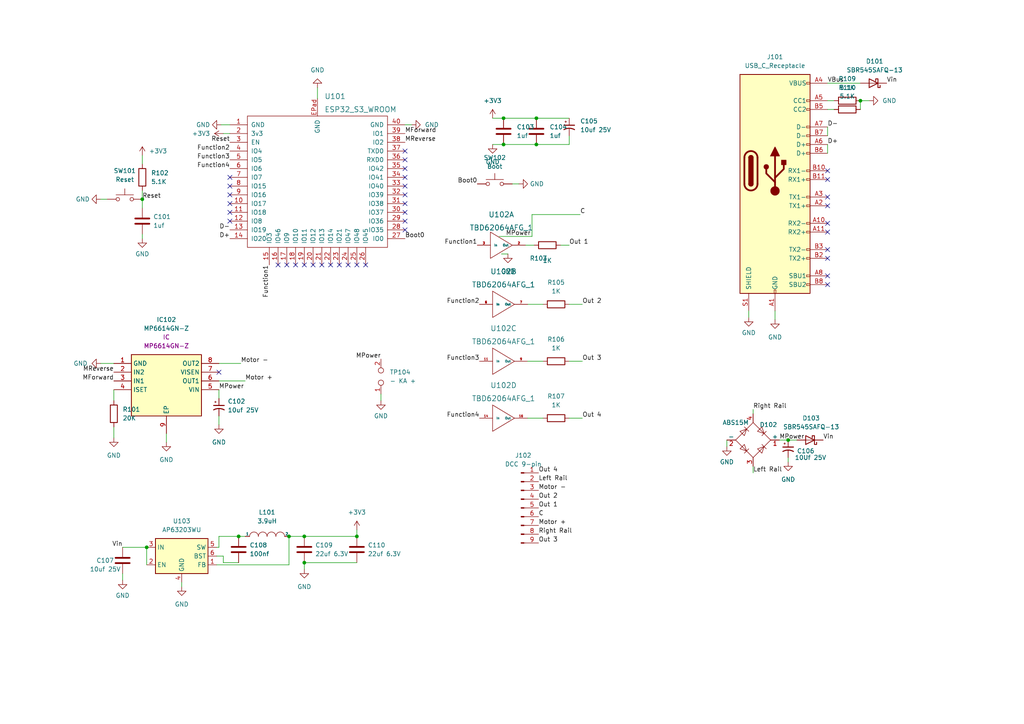
<source format=kicad_sch>
(kicad_sch (version 20211123) (generator eeschema)
  (paper "A4")
  (lib_symbols
    (symbol "Connector:Conn_01x09_Male" (pin_names (offset 1.016) hide)
      (property "Reference" "J" (at 0 12.7 0))
      (property "Value" "Conn_01x09_Male" (at 0 -12.7 0))
      (symbol "Conn_01x09_Male_1_1"
        (polyline (pts (xy 1.27 -10.16) (xy 0.8636 -10.16)) (stroke (width 0.1524)))
        (polyline (pts (xy 1.27 -7.62) (xy 0.8636 -7.62)) (stroke (width 0.1524)))
        (polyline (pts (xy 1.27 -5.08) (xy 0.8636 -5.08)) (stroke (width 0.1524)))
        (polyline (pts (xy 1.27 -2.54) (xy 0.8636 -2.54)) (stroke (width 0.1524)))
        (polyline (pts (xy 1.27 0) (xy 0.8636 0)) (stroke (width 0.1524)))
        (polyline (pts (xy 1.27 2.54) (xy 0.8636 2.54)) (stroke (width 0.1524)))
        (polyline (pts (xy 1.27 5.08) (xy 0.8636 5.08)) (stroke (width 0.1524)))
        (polyline (pts (xy 1.27 7.62) (xy 0.8636 7.62)) (stroke (width 0.1524)))
        (polyline (pts (xy 1.27 10.16) (xy 0.8636 10.16)) (stroke (width 0.1524)))
        (rectangle (start 0.8636 -10.033) (end 0 -10.287) (stroke (width 0.1524)) (fill (type outline)))
        (rectangle (start 0.8636 -7.493) (end 0 -7.747) (stroke (width 0.1524)) (fill (type outline)))
        (rectangle (start 0.8636 -4.953) (end 0 -5.207) (stroke (width 0.1524)) (fill (type outline)))
        (rectangle (start 0.8636 -2.413) (end 0 -2.667) (stroke (width 0.1524)) (fill (type outline)))
        (rectangle (start 0.8636 0.127) (end 0 -0.127) (stroke (width 0.1524)) (fill (type outline)))
        (rectangle (start 0.8636 2.667) (end 0 2.413) (stroke (width 0.1524)) (fill (type outline)))
        (rectangle (start 0.8636 5.207) (end 0 4.953) (stroke (width 0.1524)) (fill (type outline)))
        (rectangle (start 0.8636 7.747) (end 0 7.493) (stroke (width 0.1524)) (fill (type outline)))
        (rectangle (start 0.8636 10.287) (end 0 10.033) (stroke (width 0.1524)) (fill (type outline)))
        (pin passive line (at 5.08 10.16 180) (length 3.81) (name "Pin_1") (number "1"))
        (pin passive line (at 5.08 7.62 180) (length 3.81) (name "Pin_2") (number "2"))
        (pin passive line (at 5.08 5.08 180) (length 3.81) (name "Pin_3") (number "3"))
        (pin passive line (at 5.08 2.54 180) (length 3.81) (name "Pin_4") (number "4"))
        (pin passive line (at 5.08 0 180) (length 3.81) (name "Pin_5") (number "5"))
        (pin passive line (at 5.08 -2.54 180) (length 3.81) (name "Pin_6") (number "6"))
        (pin passive line (at 5.08 -5.08 180) (length 3.81) (name "Pin_7") (number "7"))
        (pin passive line (at 5.08 -7.62 180) (length 3.81) (name "Pin_8") (number "8"))
        (pin passive line (at 5.08 -10.16 180) (length 3.81) (name "Pin_9") (number "9"))
      )
    )
    (symbol "Connector:TestPoint_2Pole" (pin_names (offset 0.762) hide)
      (property "Reference" "TP" (at 0 1.524 0))
      (property "Value" "TestPoint_2Pole" (at 0 -1.778 0))
      (symbol "TestPoint_2Pole_0_1"
        (circle (center -1.778 0) (radius 0.762))
        (circle (center 1.778 0) (radius 0.762))
        (pin passive line (at -5.08 0 0) (length 2.54) (name "1") (number "1"))
        (pin passive line (at 5.08 0 180) (length 2.54) (name "2") (number "2"))
      )
    )
    (symbol "Connector:USB_C_Receptacle" (pin_names (offset 1.016))
      (property "Reference" "J" (at -10.16 29.21 0))
      (property "Value" "USB_C_Receptacle" (at 10.16 29.21 0))
      (symbol "USB_C_Receptacle_0_0"
        (rectangle (start -0.254 -35.56) (end 0.254 -34.544))
        (rectangle (start 10.16 -32.766) (end 9.144 -33.274))
        (rectangle (start 10.16 -30.226) (end 9.144 -30.734))
        (rectangle (start 10.16 -25.146) (end 9.144 -25.654))
        (rectangle (start 10.16 -22.606) (end 9.144 -23.114))
        (rectangle (start 10.16 -17.526) (end 9.144 -18.034))
        (rectangle (start 10.16 -14.986) (end 9.144 -15.494))
        (rectangle (start 10.16 -9.906) (end 9.144 -10.414))
        (rectangle (start 10.16 -7.366) (end 9.144 -7.874))
        (rectangle (start 10.16 -2.286) (end 9.144 -2.794))
        (rectangle (start 10.16 0.254) (end 9.144 -0.254))
        (rectangle (start 10.16 5.334) (end 9.144 4.826))
        (rectangle (start 10.16 7.874) (end 9.144 7.366))
        (rectangle (start 10.16 10.414) (end 9.144 9.906))
        (rectangle (start 10.16 12.954) (end 9.144 12.446))
        (rectangle (start 10.16 18.034) (end 9.144 17.526))
        (rectangle (start 10.16 20.574) (end 9.144 20.066))
        (rectangle (start 10.16 25.654) (end 9.144 25.146))
      )
      (symbol "USB_C_Receptacle_0_1"
        (rectangle (start -10.16 27.94) (end 10.16 -35.56) (stroke (width 0.254)) (fill (type background)))
        (arc (start -8.89 -3.81) (mid -6.985 -5.715) (end -5.08 -3.81) (stroke (width 0.508)))
        (arc (start -7.62 -3.81) (mid -6.985 -4.445) (end -6.35 -3.81) (stroke (width 0.254)))
        (arc (start -7.62 -3.81) (mid -6.985 -4.445) (end -6.35 -3.81) (stroke (width 0.254)) (fill (type outline)))
        (rectangle (start -7.62 -3.81) (end -6.35 3.81) (stroke (width 0.254)) (fill (type outline)))
        (arc (start -6.35 3.81) (mid -6.985 4.445) (end -7.62 3.81) (stroke (width 0.254)))
        (arc (start -6.35 3.81) (mid -6.985 4.445) (end -7.62 3.81) (stroke (width 0.254)) (fill (type outline)))
        (arc (start -5.08 3.81) (mid -6.985 5.715) (end -8.89 3.81) (stroke (width 0.508)))
        (polyline (pts (xy -8.89 -3.81) (xy -8.89 3.81)) (stroke (width 0.508)))
        (polyline (pts (xy -5.08 3.81) (xy -5.08 -3.81)) (stroke (width 0.508)))
      )
      (symbol "USB_C_Receptacle_1_1"
        (circle (center -2.54 1.143) (radius 0.635) (stroke (width 0.254)) (fill (type outline)))
        (circle (center 0 -5.842) (radius 1.27) (fill (type outline)))
        (polyline (pts (xy 0 -5.842) (xy 0 4.318)) (stroke (width 0.508)))
        (polyline (pts (xy 0 -3.302) (xy -2.54 -0.762) (xy -2.54 0.508)) (stroke (width 0.508)))
        (polyline (pts (xy 0 -2.032) (xy 2.54 0.508) (xy 2.54 1.778)) (stroke (width 0.508)))
        (polyline (pts (xy -1.27 4.318) (xy 0 6.858) (xy 1.27 4.318) (xy -1.27 4.318)) (stroke (width 0.254)) (fill (type outline)))
        (rectangle (start 1.905 1.778) (end 3.175 3.048) (stroke (width 0.254)) (fill (type outline)))
        (pin passive line (at 0 -40.64 90) (length 5.08) (name "GND") (number "A1"))
        (pin bidirectional line (at 15.24 -15.24 180) (length 5.08) (name "RX2-") (number "A10"))
        (pin bidirectional line (at 15.24 -17.78 180) (length 5.08) (name "RX2+") (number "A11"))
        (pin passive line (at 0 -40.64 90) (length 5.08) hide (name "GND") (number "A12"))
        (pin bidirectional line (at 15.24 -10.16 180) (length 5.08) (name "TX1+") (number "A2"))
        (pin bidirectional line (at 15.24 -7.62 180) (length 5.08) (name "TX1-") (number "A3"))
        (pin passive line (at 15.24 25.4 180) (length 5.08) (name "VBUS") (number "A4"))
        (pin bidirectional line (at 15.24 20.32 180) (length 5.08) (name "CC1") (number "A5"))
        (pin bidirectional line (at 15.24 7.62 180) (length 5.08) (name "D+") (number "A6"))
        (pin bidirectional line (at 15.24 12.7 180) (length 5.08) (name "D-") (number "A7"))
        (pin bidirectional line (at 15.24 -30.48 180) (length 5.08) (name "SBU1") (number "A8"))
        (pin passive line (at 15.24 25.4 180) (length 5.08) hide (name "VBUS") (number "A9"))
        (pin passive line (at 0 -40.64 90) (length 5.08) hide (name "GND") (number "B1"))
        (pin bidirectional line (at 15.24 0 180) (length 5.08) (name "RX1-") (number "B10"))
        (pin bidirectional line (at 15.24 -2.54 180) (length 5.08) (name "RX1+") (number "B11"))
        (pin passive line (at 0 -40.64 90) (length 5.08) hide (name "GND") (number "B12"))
        (pin bidirectional line (at 15.24 -25.4 180) (length 5.08) (name "TX2+") (number "B2"))
        (pin bidirectional line (at 15.24 -22.86 180) (length 5.08) (name "TX2-") (number "B3"))
        (pin passive line (at 15.24 25.4 180) (length 5.08) hide (name "VBUS") (number "B4"))
        (pin bidirectional line (at 15.24 17.78 180) (length 5.08) (name "CC2") (number "B5"))
        (pin bidirectional line (at 15.24 5.08 180) (length 5.08) (name "D+") (number "B6"))
        (pin bidirectional line (at 15.24 10.16 180) (length 5.08) (name "D-") (number "B7"))
        (pin bidirectional line (at 15.24 -33.02 180) (length 5.08) (name "SBU2") (number "B8"))
        (pin passive line (at 15.24 25.4 180) (length 5.08) hide (name "VBUS") (number "B9"))
        (pin passive line (at -7.62 -40.64 90) (length 5.08) (name "SHIELD") (number "S1"))
      )
    )
    (symbol "Device:C" (pin_numbers hide) (pin_names (offset 0.254))
      (property "Reference" "C" (at 0.635 2.54 0))
      (property "Value" "C" (at 0.635 -2.54 0))
      (symbol "C_0_1"
        (polyline (pts (xy -2.032 -0.762) (xy 2.032 -0.762)) (stroke (width 0.508)))
        (polyline (pts (xy -2.032 0.762) (xy 2.032 0.762)) (stroke (width 0.508)))
      )
      (symbol "C_1_1"
        (pin passive line (at 0 3.81 270) (length 2.794) (name "~") (number "1"))
        (pin passive line (at 0 -3.81 90) (length 2.794) (name "~") (number "2"))
      )
    )
    (symbol "Device:C_Polarized_Small_US" (pin_numbers hide) (pin_names (offset 0.254) hide)
      (property "Reference" "C" (at 0.254 1.778 0))
      (property "Value" "C_Polarized_Small_US" (at 0.254 -2.032 0))
      (symbol "C_Polarized_Small_US_0_1"
        (polyline (pts (xy -1.524 0.508) (xy 1.524 0.508)) (stroke (width 0.3048)))
        (polyline (pts (xy -1.27 1.524) (xy -0.762 1.524)))
        (polyline (pts (xy -1.016 1.27) (xy -1.016 1.778)))
        (arc (start 1.524 -0.762) (mid 0 -0.3734) (end -1.524 -0.762) (stroke (width 0.3048)))
      )
      (symbol "C_Polarized_Small_US_1_1"
        (pin passive line (at 0 2.54 270) (length 2.032) (name "~") (number "1"))
        (pin passive line (at 0 -2.54 90) (length 2.032) (name "~") (number "2"))
      )
    )
    (symbol "Device:D_Schottky" (pin_numbers hide) (pin_names (offset 1.016) hide)
      (property "Reference" "D" (at 0 2.54 0))
      (property "Value" "D_Schottky" (at 0 -2.54 0))
      (symbol "D_Schottky_0_1"
        (polyline (pts (xy 1.27 0) (xy -1.27 0)))
        (polyline (pts (xy 1.27 1.27) (xy 1.27 -1.27) (xy -1.27 0) (xy 1.27 1.27)) (stroke (width 0.254)))
        (polyline (pts (xy -1.905 0.635) (xy -1.905 1.27) (xy -1.27 1.27) (xy -1.27 -1.27) (xy -0.635 -1.27) (xy -0.635 -0.635)) (stroke (width 0.254)))
      )
      (symbol "D_Schottky_1_1"
        (pin passive line (at -3.81 0 0) (length 2.54) (name "K") (number "1"))
        (pin passive line (at 3.81 0 180) (length 2.54) (name "A") (number "2"))
      )
    )
    (symbol "Device:R" (pin_numbers hide) (pin_names (offset 0))
      (property "Reference" "R" (at 2.032 0 90))
      (property "Value" "R" (at 0 0 90))
      (symbol "R_0_1"
        (rectangle (start -1.016 -2.54) (end 1.016 2.54) (stroke (width 0.254)))
      )
      (symbol "R_1_1"
        (pin passive line (at 0 3.81 270) (length 1.27) (name "~") (number "1"))
        (pin passive line (at 0 -3.81 90) (length 1.27) (name "~") (number "2"))
      )
    )
    (symbol "Diode_Bridge:ABS10" (pin_names (offset 0))
      (property "Reference" "D" (at 2.54 6.985 0))
      (property "Value" "ABS10" (at 2.54 5.08 0))
      (symbol "ABS10_0_1"
        (polyline (pts (xy -2.54 3.81) (xy -1.27 2.54)))
        (polyline (pts (xy -1.27 -2.54) (xy -2.54 -3.81)))
        (polyline (pts (xy 2.54 -1.27) (xy 3.81 -2.54)))
        (polyline (pts (xy 2.54 1.27) (xy 3.81 2.54)))
        (polyline (pts (xy -3.81 2.54) (xy -2.54 1.27) (xy -1.905 3.175) (xy -3.81 2.54)))
        (polyline (pts (xy -2.54 -1.27) (xy -3.81 -2.54) (xy -1.905 -3.175) (xy -2.54 -1.27)))
        (polyline (pts (xy 1.27 2.54) (xy 2.54 3.81) (xy 3.175 1.905) (xy 1.27 2.54)))
        (polyline (pts (xy 3.175 -1.905) (xy 1.27 -2.54) (xy 2.54 -3.81) (xy 3.175 -1.905)))
        (polyline (pts (xy -5.08 0) (xy 0 -5.08) (xy 5.08 0) (xy 0 5.08) (xy -5.08 0)))
      )
      (symbol "ABS10_1_1"
        (pin passive line (at 7.62 0 180) (length 2.54) (name "+") (number "1"))
        (pin passive line (at -7.62 0 0) (length 2.54) (name "-") (number "2"))
        (pin passive line (at 0 -7.62 90) (length 2.54) (name "~") (number "3"))
        (pin passive line (at 0 7.62 270) (length 2.54) (name "~") (number "4"))
      )
    )
    (symbol "ESP32-WROOM:ESP32_S3_WROOM" (pin_names (offset 1.016))
      (property "Reference" "U" (at 0.635 -10.795 0))
      (property "Value" "ESP32_S3_WROOM" (at 1.905 10.16 0))
      (symbol "ESP32_S3_WROOM_0_1"
        (rectangle (start -20.32 19.05) (end 20.32 -19.05))
      )
      (symbol "ESP32_S3_WROOM_1_1"
        (pin power_in line (at -25.4 16.51 0) (length 5.08) (name "GND") (number "1"))
        (pin bidirectional line (at -25.4 -6.35 0) (length 5.08) (name "IO17") (number "10"))
        (pin bidirectional line (at -25.4 -8.89 0) (length 5.08) (name "IO18") (number "11"))
        (pin bidirectional line (at -25.4 -11.43 0) (length 5.08) (name "IO8") (number "12"))
        (pin bidirectional line (at -25.4 -13.97 0) (length 5.08) (name "IO19") (number "13"))
        (pin bidirectional line (at -25.4 -16.51 0) (length 5.08) (name "IO20") (number "14"))
        (pin bidirectional line (at -13.97 -24.13 90) (length 5.08) (name "IO3") (number "15"))
        (pin bidirectional line (at -11.43 -24.13 90) (length 5.08) (name "IO46") (number "16"))
        (pin bidirectional line (at -8.89 -24.13 90) (length 5.08) (name "IO9") (number "17"))
        (pin bidirectional line (at -6.35 -24.13 90) (length 5.08) (name "IO10") (number "18"))
        (pin bidirectional line (at -3.81 -24.13 90) (length 5.08) (name "IO11") (number "19"))
        (pin power_in line (at -25.4 13.97 0) (length 5.08) (name "3v3") (number "2"))
        (pin bidirectional line (at -1.27 -24.13 90) (length 5.08) (name "IO12") (number "20"))
        (pin bidirectional line (at 1.27 -24.13 90) (length 5.08) (name "IO13") (number "21"))
        (pin bidirectional line (at 3.81 -24.13 90) (length 5.08) (name "IO14") (number "22"))
        (pin bidirectional line (at 6.35 -24.13 90) (length 5.08) (name "IO21") (number "23"))
        (pin bidirectional line (at 8.89 -24.13 90) (length 5.08) (name "IO47") (number "24"))
        (pin bidirectional line (at 11.43 -24.13 90) (length 5.08) (name "IO48") (number "25"))
        (pin bidirectional line (at 13.97 -24.13 90) (length 5.08) (name "IO45") (number "26"))
        (pin bidirectional line (at 25.4 -16.51 180) (length 5.08) (name "IO0") (number "27"))
        (pin bidirectional line (at 25.4 -13.97 180) (length 5.08) (name "IO35") (number "28"))
        (pin bidirectional line (at 25.4 -11.43 180) (length 5.08) (name "IO36") (number "29"))
        (pin input line (at -25.4 11.43 0) (length 5.08) (name "EN") (number "3"))
        (pin bidirectional line (at 25.4 -8.89 180) (length 5.08) (name "IO37") (number "30"))
        (pin bidirectional line (at 25.4 -6.35 180) (length 5.08) (name "IO38") (number "31"))
        (pin bidirectional line (at 25.4 -3.81 180) (length 5.08) (name "IO39") (number "32"))
        (pin bidirectional line (at 25.4 -1.27 180) (length 5.08) (name "IO40") (number "33"))
        (pin bidirectional line (at 25.4 1.27 180) (length 5.08) (name "IO41") (number "34"))
        (pin bidirectional line (at 25.4 3.81 180) (length 5.08) (name "IO42") (number "35"))
        (pin bidirectional line (at 25.4 6.35 180) (length 5.08) (name "RXD0") (number "36"))
        (pin bidirectional line (at 25.4 8.89 180) (length 5.08) (name "TXD0") (number "37"))
        (pin bidirectional line (at 25.4 11.43 180) (length 5.08) (name "IO2") (number "38"))
        (pin bidirectional line (at 25.4 13.97 180) (length 5.08) (name "IO1") (number "39"))
        (pin bidirectional line (at -25.4 8.89 0) (length 5.08) (name "IO4") (number "4"))
        (pin power_in line (at 25.4 16.51 180) (length 5.08) (name "GND") (number "40"))
        (pin bidirectional line (at -25.4 6.35 0) (length 5.08) (name "IO5") (number "5"))
        (pin bidirectional line (at -25.4 3.81 0) (length 5.08) (name "IO6") (number "6"))
        (pin bidirectional line (at -25.4 1.27 0) (length 5.08) (name "IO7") (number "7"))
        (pin bidirectional line (at -25.4 -1.27 0) (length 5.08) (name "IO15") (number "8"))
        (pin bidirectional line (at -25.4 -3.81 0) (length 5.08) (name "IO16") (number "9"))
        (pin power_in line (at 0 24.13 270) (length 5.08) (name "GND") (number "EPad"))
      )
    )
    (symbol "MP6614:MP6614GN-Z"
      (property "Value" "MP6614GN-Z" (at 0 0 0))
      (property "Reference_1" "IC" (at 26.67 7.62 0))
      (property "Value_1" "MP6614GN-Z" (at 26.67 5.08 0))
      (symbol "MP6614GN-Z_1_1"
        (rectangle (start 5.08 2.54) (end 25.4 -15.24) (stroke (width 0.254)) (fill (type background)))
        (pin passive line (at 0 0 0) (length 5.08) (name "GND") (number "1"))
        (pin passive line (at 0 -2.54 0) (length 5.08) (name "IN2") (number "2"))
        (pin passive line (at 0 -5.08 0) (length 5.08) (name "IN1") (number "3"))
        (pin passive line (at 0 -7.62 0) (length 5.08) (name "ISET") (number "4"))
        (pin passive line (at 30.48 -7.62 180) (length 5.08) (name "VIN") (number "5"))
        (pin passive line (at 30.48 -5.08 180) (length 5.08) (name "OUT1") (number "6"))
        (pin passive line (at 30.48 -2.54 180) (length 5.08) (name "VISEN") (number "7"))
        (pin passive line (at 30.48 0 180) (length 5.08) (name "OUT2") (number "8"))
        (pin passive line (at 15.24 -20.32 90) (length 5.08) (name "EP") (number "9"))
      )
    )
    (symbol "Regulator_Switching:AP63203WU"
      (property "Reference" "U" (at -7.62 6.35 0))
      (property "Value" "AP63203WU" (at 2.54 6.35 0))
      (symbol "AP63203WU_0_1"
        (rectangle (start -7.62 5.08) (end 7.62 -5.08) (stroke (width 0.254)) (fill (type background)))
      )
      (symbol "AP63203WU_1_1"
        (pin input line (at 10.16 -2.54 180) (length 2.54) (name "FB") (number "1"))
        (pin input line (at -10.16 -2.54 0) (length 2.54) (name "EN") (number "2"))
        (pin power_in line (at -10.16 2.54 0) (length 2.54) (name "IN") (number "3"))
        (pin power_in line (at 0 -7.62 90) (length 2.54) (name "GND") (number "4"))
        (pin output line (at 10.16 2.54 180) (length 2.54) (name "SW") (number "5"))
        (pin passive line (at 10.16 0 180) (length 2.54) (name "BST") (number "6"))
      )
    )
    (symbol "Switch:SW_Push" (pin_numbers hide) (pin_names (offset 1.016) hide)
      (property "Reference" "SW" (at 1.27 2.54 0))
      (property "Value" "SW_Push" (at 0 -1.524 0))
      (symbol "SW_Push_0_1"
        (circle (center -2.032 0) (radius 0.508))
        (polyline (pts (xy 0 1.27) (xy 0 3.048)))
        (polyline (pts (xy 2.54 1.27) (xy -2.54 1.27)))
        (circle (center 2.032 0) (radius 0.508))
        (pin passive line (at -5.08 0 0) (length 2.54) (name "1") (number "1"))
        (pin passive line (at 5.08 0 180) (length 2.54) (name "2") (number "2"))
      )
    )
    (symbol "TBD62064AFG_1_1" (pin_names (offset 1.016))
      (property "Reference" "U?" (at 0.635 9.525 0))
      (property "Value" "TBD62064AFG_1_1" (at 0.635 5.715 0))
      (symbol "TBD62064AFG_1_1_0_1"
        (polyline (pts (xy -2.54 3.81) (xy 3.81 0) (xy -2.54 -3.81) (xy -2.54 3.81)))
        (pin power_in line (at 0 2.54 0) (length 0) hide (name "OC") (number "1"))
        (pin power_in line (at 0 2.54 0) (length 0) hide (name "OC") (number "8"))
        (pin power_in line (at 0.635 -2.54 180) (length 0) hide (name "GND") (number "FIN"))
        (pin power_in line (at 0.635 -2.54 0) (length 0) hide (name "GND") (number "FIN"))
      )
      (symbol "TBD62064AFG_1_1_1_1"
        (pin output line (at 7.62 0 180) (length 3.81) (name "Out") (number "2"))
        (pin input line (at -6.35 0 0) (length 3.81) (name "In") (number "3"))
      )
      (symbol "TBD62064AFG_1_1_2_1"
        (pin input line (at -6.35 0 0) (length 3.81) (name "In") (number "6"))
        (pin output line (at 7.62 0 180) (length 3.81) (name "Out") (number "7"))
      )
      (symbol "TBD62064AFG_1_1_3_1"
        (pin input line (at -6.35 0 0) (length 3.81) (name "In") (number "11"))
        (pin output line (at 7.62 0 180) (length 3.81) (name "Out") (number "9"))
      )
      (symbol "TBD62064AFG_1_1_4_1"
        (pin input line (at -6.35 0 0) (length 3.81) (name "In") (number "14"))
        (pin output line (at 7.62 0 180) (length 3.81) (name "Out") (number "16"))
      )
    )
    (symbol "power:+3V3" (power) (pin_names (offset 0))
      (property "Value" "+3V3" (at 0 3.556 0))
      (symbol "+3V3_0_1"
        (polyline (pts (xy -0.762 1.27) (xy 0 2.54)))
        (polyline (pts (xy 0 0) (xy 0 2.54)))
        (polyline (pts (xy 0 2.54) (xy 0.762 1.27)))
      )
      (symbol "+3V3_1_1"
        (pin power_in line (at 0 0 90) (length 0) hide (name "+3V3") (number "1"))
      )
    )
    (symbol "power:GND" (power) (pin_names (offset 0))
      (property "Value" "GND" (at 0 -3.81 0))
      (symbol "GND_0_1"
        (polyline (pts (xy 0 0) (xy 0 -1.27) (xy 1.27 -1.27) (xy 0 -2.54) (xy -1.27 -1.27) (xy 0 -1.27)))
      )
      (symbol "GND_1_1"
        (pin power_in line (at 0 0 270) (length 0) hide (name "GND") (number "1"))
      )
    )
    (symbol "pspice:INDUCTOR" (pin_numbers hide) (pin_names (offset 0))
      (property "Reference" "L" (at 0 2.54 0))
      (property "Value" "INDUCTOR" (at 0 -1.27 0))
      (symbol "INDUCTOR_0_1"
        (arc (start -2.54 0) (mid -3.81 1.27) (end -5.08 0))
        (arc (start 0 0) (mid -1.27 1.27) (end -2.54 0))
        (arc (start 2.54 0) (mid 1.27 1.27) (end 0 0))
        (arc (start 5.08 0) (mid 3.81 1.27) (end 2.54 0))
      )
      (symbol "INDUCTOR_1_1"
        (pin input line (at -6.35 0 0) (length 1.27) (name "1") (number "1"))
        (pin input line (at 6.35 0 180) (length 1.27) (name "2") (number "2"))
      )
    )
    (symbol "tbd62064:TBD62064AFG_1" (pin_names (offset 1.016))
      (property "Reference" "U103" (at -5.715 2.54 0))
      (property "Value" "TBD62064AFG" (at 13.335 -1.905 0))
      (symbol "TBD62064AFG_1_0_1"
        (polyline (pts (xy -2.54 3.81) (xy 3.81 0) (xy -2.54 -3.81) (xy -2.54 3.81)))
        (pin power_in line (at 0 2.54 0) (length 0) hide (name "OC") (number "1"))
        (pin power_in line (at 0 2.54 0) (length 0) hide (name "OC") (number "8"))
        (pin power_in line (at 0.635 -2.54 180) (length 0) hide (name "GND") (number "FIN"))
        (pin power_in line (at 0.635 -2.54 0) (length 0) hide (name "GND") (number "FIN"))
      )
      (symbol "TBD62064AFG_1_1_1"
        (pin output line (at 7.62 0 180) (length 3.81) (name "Out") (number "2"))
        (pin input line (at -6.35 0 0) (length 3.81) (name "In") (number "3"))
      )
      (symbol "TBD62064AFG_1_2_1"
        (pin input line (at -6.35 0 0) (length 3.81) (name "In") (number "6"))
        (pin output line (at 7.62 0 180) (length 3.81) (name "Out") (number "7"))
      )
      (symbol "TBD62064AFG_1_3_1"
        (pin input line (at -6.35 0 0) (length 3.81) (name "In") (number "11"))
        (pin output line (at 7.62 0 180) (length 3.81) (name "Out") (number "9"))
      )
      (symbol "TBD62064AFG_1_4_1"
        (pin output line (at 7.62 0 180) (length 3.81) (name "Out") (number "13"))
        (pin input line (at -6.35 0 0) (length 3.81) (name "In") (number "14"))
      )
    )
  )
  (junction (at 42.545 158.75))
  (junction (at 41.275 57.785))
  (junction (at 69.215 155.575))
  (junction (at 88.265 163.195))
  (junction (at 103.505 155.575))
  (junction (at 146.05 41.91))
  (junction (at 83.82 155.575))
  (junction (at 249.555 29.21))
  (junction (at 146.05 34.29))
  (junction (at 155.575 41.91))
  (junction (at 155.575 34.29))
  (junction (at 228.6 127.635))
  (junction (at 88.265 155.575))
  (no_connect (at 88.265 76.835))
  (no_connect (at 240.03 52.07))
  (no_connect (at 117.475 51.435))
  (no_connect (at 240.03 59.69))
  (no_connect (at 66.675 59.055))
  (no_connect (at 117.475 46.355))
  (no_connect (at 63.5 107.95))
  (no_connect (at 117.475 48.895))
  (no_connect (at 90.805 76.835))
  (no_connect (at 240.03 82.55))
  (no_connect (at 100.965 76.835))
  (no_connect (at 103.505 76.835))
  (no_connect (at 95.885 76.835))
  (no_connect (at 98.425 76.835))
  (no_connect (at 83.185 76.835))
  (no_connect (at 117.475 59.055))
  (no_connect (at 240.03 57.15))
  (no_connect (at 85.725 76.835))
  (no_connect (at 66.675 56.515))
  (no_connect (at 117.475 43.815))
  (no_connect (at 106.045 76.835))
  (no_connect (at 66.675 51.435))
  (no_connect (at 240.03 67.31))
  (no_connect (at 117.475 56.515))
  (no_connect (at 117.475 66.675))
  (no_connect (at 240.03 80.01))
  (no_connect (at 240.03 64.77))
  (no_connect (at 117.475 61.595))
  (no_connect (at 240.03 49.53))
  (no_connect (at 80.645 76.835))
  (no_connect (at 117.475 53.975))
  (no_connect (at 93.345 76.835))
  (no_connect (at 66.675 64.135))
  (no_connect (at 240.03 74.93))
  (no_connect (at 117.475 64.135))
  (no_connect (at 66.675 61.595))
  (no_connect (at 66.675 53.975))
  (no_connect (at 240.03 72.39))
  (wire (pts (xy 63.5 155.575) (xy 69.215 155.575)))
  (wire (pts (xy 144.78 68.58) (xy 154.305 68.58)))
  (wire (pts (xy 92.075 25.4) (xy 92.075 28.575)))
  (wire (pts (xy 29.21 57.785) (xy 31.115 57.785)))
  (wire (pts (xy 165.1 104.775) (xy 168.91 104.775)))
  (wire (pts (xy 33.02 113.03) (xy 33.02 116.205)))
  (wire (pts (xy 210.82 127.635) (xy 210.82 129.54)))
  (wire (pts (xy 41.275 45.085) (xy 41.275 47.625)))
  (wire (pts (xy 142.875 41.91) (xy 146.05 41.91)))
  (wire (pts (xy 154.305 62.23) (xy 154.305 68.58)))
  (wire (pts (xy 69.215 155.575) (xy 71.12 155.575)))
  (wire (pts (xy 165.1 41.91) (xy 165.1 39.37)))
  (wire (pts (xy 226.06 127.635) (xy 228.6 127.635)))
  (wire (pts (xy 64.77 163.195) (xy 69.215 163.195)))
  (wire (pts (xy 152.4 71.12) (xy 154.94 71.12)))
  (wire (pts (xy 153.035 121.285) (xy 157.48 121.285)))
  (wire (pts (xy 41.275 67.945) (xy 41.275 69.215)))
  (wire (pts (xy 218.44 135.255) (xy 218.44 137.16)))
  (wire (pts (xy 240.03 29.21) (xy 241.935 29.21)))
  (wire (pts (xy 88.265 155.575) (xy 103.505 155.575)))
  (wire (pts (xy 240.03 31.75) (xy 241.935 31.75)))
  (wire (pts (xy 63.5 120.65) (xy 63.5 123.19)))
  (wire (pts (xy 64.77 161.29) (xy 64.77 163.195)))
  (wire (pts (xy 218.44 118.745) (xy 218.44 120.015)))
  (wire (pts (xy 240.03 41.91) (xy 240.03 44.45)))
  (wire (pts (xy 29.21 105.41) (xy 33.02 105.41)))
  (wire (pts (xy 148.59 53.34) (xy 150.495 53.34)))
  (wire (pts (xy 240.03 24.13) (xy 249.555 24.13)))
  (wire (pts (xy 52.705 168.91) (xy 52.705 170.18)))
  (wire (pts (xy 63.5 113.03) (xy 63.5 115.57)))
  (wire (pts (xy 224.79 90.17) (xy 224.79 92.71)))
  (wire (pts (xy 110.49 114.3) (xy 110.49 116.205)))
  (wire (pts (xy 88.265 163.195) (xy 103.505 163.195)))
  (wire (pts (xy 35.56 158.75) (xy 42.545 158.75)))
  (wire (pts (xy 249.555 29.21) (xy 249.555 31.75)))
  (wire (pts (xy 162.56 71.12) (xy 165.1 71.12)))
  (wire (pts (xy 165.1 121.285) (xy 168.91 121.285)))
  (wire (pts (xy 142.875 34.29) (xy 146.05 34.29)))
  (wire (pts (xy 228.6 127.635) (xy 231.14 127.635)))
  (wire (pts (xy 35.56 166.37) (xy 35.56 168.275)))
  (wire (pts (xy 63.5 158.75) (xy 63.5 155.575)))
  (wire (pts (xy 228.6 132.715) (xy 228.6 133.985)))
  (wire (pts (xy 41.275 55.245) (xy 41.275 57.785)))
  (wire (pts (xy 217.17 90.17) (xy 217.17 92.075)))
  (wire (pts (xy 145.415 73.66) (xy 147.32 73.66)))
  (wire (pts (xy 146.05 34.29) (xy 155.575 34.29)))
  (wire (pts (xy 62.865 161.29) (xy 64.77 161.29)))
  (wire (pts (xy 64.77 38.735) (xy 66.675 38.735)))
  (wire (pts (xy 146.05 41.91) (xy 155.575 41.91)))
  (wire (pts (xy 41.275 57.785) (xy 41.275 60.325)))
  (wire (pts (xy 165.1 88.265) (xy 168.91 88.265)))
  (wire (pts (xy 63.5 105.41) (xy 69.85 105.41)))
  (wire (pts (xy 83.82 155.575) (xy 83.82 163.83)))
  (wire (pts (xy 249.555 29.21) (xy 252.095 29.21)))
  (wire (pts (xy 42.545 158.75) (xy 42.545 163.83)))
  (wire (pts (xy 153.035 88.265) (xy 157.48 88.265)))
  (wire (pts (xy 103.505 153.67) (xy 103.505 155.575)))
  (wire (pts (xy 153.035 104.775) (xy 157.48 104.775)))
  (wire (pts (xy 83.82 163.83) (xy 62.865 163.83)))
  (wire (pts (xy 240.03 36.83) (xy 240.03 39.37)))
  (wire (pts (xy 154.305 62.23) (xy 168.275 62.23)))
  (wire (pts (xy 33.02 123.825) (xy 33.02 127)))
  (wire (pts (xy 48.26 125.73) (xy 48.26 128.27)))
  (wire (pts (xy 117.475 36.195) (xy 119.38 36.195)))
  (wire (pts (xy 63.5 110.49) (xy 71.12 110.49)))
  (wire (pts (xy 155.575 41.91) (xy 165.1 41.91)))
  (wire (pts (xy 83.82 155.575) (xy 88.265 155.575)))
  (wire (pts (xy 88.265 163.195) (xy 88.265 165.1)))
  (wire (pts (xy 155.575 34.29) (xy 165.1 34.29)))
  (wire (pts (xy 64.135 36.195) (xy 66.675 36.195)))
  (wire (pts (xy 62.865 158.75) (xy 63.5 158.75)))
  (label "Vin" (at 35.56 158.75 180))
  (label "Function4" (at 66.675 48.895 180))
  (label "MReverse" (at 33.02 107.95 180))
  (label "VBus" (at 240.03 24.13 0))
  (label "Reset" (at 66.675 41.275 180))
  (label "Function3" (at 66.675 46.355 180))
  (label "Function2" (at 139.065 88.265 180))
  (label "Motor +" (at 71.12 110.49 0))
  (label "Out 1" (at 156.21 147.32 0))
  (label "Vin" (at 257.175 24.13 0))
  (label "Function1" (at 78.105 76.835 270))
  (label "Boot0" (at 138.43 53.34 180))
  (label "Out 4" (at 156.21 137.16 0))
  (label "Out 2" (at 156.21 144.78 0))
  (label "Function3" (at 139.065 104.775 180))
  (label "MPower" (at 63.5 113.03 0))
  (label "MForward" (at 117.475 38.735 0))
  (label "MPower" (at 226.06 127.635 0))
  (label "Motor +" (at 156.21 152.4 0))
  (label "Function1" (at 138.43 71.12 180))
  (label "Reset" (at 41.275 57.785 0))
  (label "Out 2" (at 168.91 88.265 0))
  (label "D-" (at 66.675 66.675 180))
  (label "D+" (at 240.03 41.91 0))
  (label "MPower" (at 146.685 68.58 0))
  (label "Function4" (at 139.065 121.285 180))
  (label "MReverse" (at 117.475 41.275 0))
  (label "Right Rail" (at 218.44 118.745 0))
  (label "Vin" (at 238.76 127.635 0))
  (label "Out 4" (at 168.91 121.285 0))
  (label "Left Rail" (at 156.21 139.7 0))
  (label "C" (at 156.21 149.86 0))
  (label "Motor -" (at 69.85 105.41 0))
  (label "Left Rail" (at 218.44 137.16 0))
  (label "MForward" (at 33.02 110.49 180))
  (label "D-" (at 240.03 36.83 0))
  (label "Out 3" (at 168.91 104.775 0))
  (label "Motor -" (at 156.21 142.24 0))
  (label "Out 1" (at 165.1 71.12 0))
  (label "Function2" (at 66.675 43.815 180))
  (label "MPower" (at 110.49 104.14 180))
  (label "Boot0" (at 117.475 69.215 0))
  (label "C" (at 168.275 62.23 0))
  (label "Out 3" (at 156.21 157.48 0))
  (label "D+" (at 66.675 69.215 180))
  (label "Right Rail" (at 156.21 154.94 0))
  (symbol (lib_id "power:GND") (at 224.79 92.71 0) (unit 1)
    (property "Reference" "#PWR0121" (effects hide))
    (property "Value" "GND" (at 224.79 97.79 0))
  )
  (symbol (lib_id "Device:C") (at 146.05 38.1 0) (unit 1)
    (property "Reference" "C103" (at 149.86 36.8299 0) (effects (justify left)))
    (property "Value" "1uf" (at 149.86 39.3699 0) (effects (justify left)))
    (property "Footprint" "Capacitor_SMD:C_0201_0603Metric" (effects hide))
    (property "Mouser Part Number" "81-GRT033R60J105ME3D" (effects hide))
    (property "Manufacturer_Name" "Murata Electronics" (effects hide))
    (property "Manufacturer_Part_Number" "GRT033R60J105ME13D" (effects hide))
  )
  (symbol (lib_id "power:GND") (at 41.275 69.215 0) (unit 1)
    (property "Reference" "#PWR0116" (effects hide))
    (property "Value" "GND" (at 41.275 73.66 0))
  )
  (symbol (lib_id "Device:R") (at 161.29 121.285 270) (unit 1)
    (property "Reference" "R107" (at 161.29 114.935 90))
    (property "Value" "1K" (at 161.29 117.475 90))
    (property "Footprint" "Resistor_SMD:R_0402_1005Metric" (effects hide))
    (property "Mouser Part Number" "603-RC0402JR-7W1KL" (effects hide))
    (property "Manufacturer_Name" "YAGEO" (effects hide))
    (property "Manufacturer_Part_Number" "RC0402JR-7W1KL" (effects hide))
  )
  (symbol (lib_id "power:+3V3") (at 103.505 153.67 0) (unit 1)
    (property "Reference" "#PWR0126" (effects hide))
    (property "Value" "+3V3" (at 103.505 148.59 0))
  )
  (symbol (lib_id "power:GND") (at 35.56 168.275 0) (unit 1)
    (property "Reference" "#PWR0123" (effects hide))
    (property "Value" "GND" (at 35.56 172.72 0))
  )
  (symbol (lib_id "Device:D_Schottky") (at 253.365 24.13 180) (unit 1)
    (property "Reference" "D101" (at 253.6825 17.78 0))
    (property "Value" "SBR545SAFQ-13" (at 253.6825 20.32 0))
    (property "Footprint" "Diode_SMD:D_SOD-123" (effects hide))
    (property "Mouser Part Number" "610-CMMSH1-60GTR" (effects hide))
    (property "Manufacturer_Name" "Central Semiconductor" (effects hide))
    (property "Manufacturer_Part_Number" "CMMSH1-60G TR PBFREE " (effects hide))
  )
  (symbol (lib_id "power:GND") (at 52.705 170.18 0) (unit 1)
    (property "Reference" "#PWR0124" (effects hide))
    (property "Value" "GND" (at 52.705 175.26 0))
  )
  (symbol (lib_id "power:GND") (at 147.32 73.66 0) (unit 1)
    (property "Reference" "#PWR0118" (effects hide))
    (property "Value" "GND" (at 147.32 78.74 0))
  )
  (symbol (lib_id "Device:R") (at 245.745 29.21 90) (unit 1)
    (property "Reference" "R109" (at 245.745 22.86 90))
    (property "Value" "5.1K" (at 245.745 25.4 90))
    (property "Footprint" "Resistor_SMD:R_0201_0603Metric" (effects hide))
    (property "Mouser Part Number" "603-RC0201FR-075K1L" (effects hide))
    (property "Manufacturer_Name" "YAGEO" (effects hide))
    (property "Manufacturer_Part_Number" "RC0201FR-075K1L" (effects hide))
  )
  (symbol (lib_id "Connector:Conn_01x09_Male") (at 151.13 147.32 0) (unit 1)
    (property "Reference" "J102" (at 151.765 132.08 0))
    (property "Value" "DCC 9-pin" (at 151.765 134.62 0))
    (property "Footprint" "JST_ZH:JST_ZH_S9B-ZR-SM4A-TF_1x09-1MP_P1.50mm_Horizontal" (effects hide))
    (property "Mouser Part Number" "757-TBD62064AFGEL" (effects hide))
    (property "Manufacturer_Name" "JST Commercial " (effects hide))
    (property "Manufacturer_Part_Number" "S9B-ZR-SM4A-TF(LF)(SN) " (effects hide))
  )
  (symbol (lib_id "Device:C") (at 69.215 159.385 0) (unit 1)
    (property "Reference" "C108" (at 72.39 158.1149 0) (effects (justify left)))
    (property "Value" "100nf" (at 72.39 160.6549 0) (effects (justify left)))
    (property "Footprint" "Capacitor_SMD:C_0402_1005Metric" (effects hide))
    (property "Mouser Part Number" "791-RF15N0R1B250CT" (effects hide))
    (property "Manufacturer_Name" "Walsin" (effects hide))
    (property "Manufacturer_Part_Number" "RF15N0R1B250CT" (effects hide))
  )
  (symbol (lib_id "power:+3V3") (at 41.275 45.085 0) (unit 1)
    (property "Reference" "#PWR0106" (effects hide))
    (property "Value" "+3V3" (at 43.18 43.8149 0) (effects (justify left)))
  )
  (symbol (lib_id "power:GND") (at 88.265 165.1 0) (unit 1)
    (property "Reference" "#PWR0125" (effects hide))
    (property "Value" "GND" (at 88.265 170.18 0))
  )
  (symbol (lib_id "Device:C") (at 41.275 64.135 0) (unit 1)
    (property "Reference" "C101" (at 44.45 62.8649 0) (effects (justify left)))
    (property "Value" "1uf" (at 44.45 65.4049 0) (effects (justify left)))
    (property "Footprint" "Capacitor_SMD:C_0201_0603Metric" (effects hide))
    (property "Mouser Part Number" "81-GRT033R60J105ME3D" (effects hide))
    (property "Manufacturer_Name" "Murata Electronics" (effects hide))
    (property "Manufacturer_Part_Number" "GRT033R60J105ME13D" (effects hide))
  )
  (symbol (lib_id "Connector:TestPoint_2Pole") (at 110.49 109.22 90) (unit 1) (in_bom no)
    (property "Reference" "TP104" (at 113.03 107.9499 90) (effects (justify right)))
    (property "Value" "- KA +" (at 113.03 110.4899 90) (effects (justify right)))
    (property "Footprint" "TestPoint:TestPoint_2Pads_Pitch2.54mm_Drill0.8mm" (effects hide))
  )
  (symbol (lib_id "Device:C_Polarized_Small_US") (at 165.1 36.83 0) (unit 1)
    (property "Reference" "C105" (at 168.275 35.1281 0) (effects (justify left)))
    (property "Value" "10uf 25V" (at 168.275 37.6681 0) (effects (justify left)))
    (property "Footprint" "Capacitor_Tantalum_SMD:CP_EIA-6032-28_Kemet-C" (effects hide))
    (property "Mouser Part Number" "80-T491C106K25AT7280" (effects hide))
    (property "Manufacturer_Name" "KEMET" (effects hide))
    (property "Manufacturer_Part_Number" "T491C106K025AT7280" (effects hide))
  )
  (symbol (lib_id "Device:R") (at 161.29 104.775 270) (unit 1)
    (property "Reference" "R106" (at 161.29 98.425 90))
    (property "Value" "1K" (at 161.29 100.965 90))
    (property "Footprint" "Resistor_SMD:R_0402_1005Metric" (effects hide))
    (property "Mouser Part Number" "603-RC0402JR-7W1KL" (effects hide))
    (property "Manufacturer_Name" "YAGEO" (effects hide))
    (property "Manufacturer_Part_Number" "RC0402JR-7W1KL" (effects hide))
  )
  (symbol (lib_id "power:GND") (at 228.6 133.985 0) (unit 1)
    (property "Reference" "#PWR0101" (effects hide))
    (property "Value" "GND" (at 228.6 139.065 0))
  )
  (symbol (lib_id "power:GND") (at 119.38 36.195 90) (unit 1)
    (property "Reference" "#PWR0119" (effects hide))
    (property "Value" "GND" (at 123.19 36.1949 90) (effects (justify right)))
  )
  (symbol (lib_id "Device:R") (at 158.75 71.12 270) (unit 1)
    (property "Reference" "R103" (at 156.21 74.93 90))
    (property "Value" "1K" (at 158.75 75.565 90))
    (property "Footprint" "Resistor_SMD:R_0402_1005Metric" (effects hide))
    (property "Mouser Part Number" "603-RC0402JR-7W1KL" (effects hide))
    (property "Manufacturer_Name" "YAGEO" (effects hide))
    (property "Manufacturer_Part_Number" "RC0402JR-7W1KL" (effects hide))
  )
  (symbol (lib_id "power:+3V3") (at 142.875 34.29 0) (unit 1)
    (property "Reference" "#PWR0117" (effects hide))
    (property "Value" "+3V3" (at 142.875 29.21 0))
  )
  (symbol (lib_id "Device:C") (at 88.265 159.385 0) (unit 1)
    (property "Reference" "C109" (at 91.44 158.1149 0) (effects (justify left)))
    (property "Value" "22uf 6.3V" (at 91.44 160.6549 0) (effects (justify left)))
    (property "Footprint" "Capacitor_SMD:C_0603_1608Metric" (effects hide))
    (property "Mouser Part Number" "791-0603X226M6R3CT" (effects hide))
    (property "Manufacturer_Name" "Walsin" (effects hide))
    (property "Manufacturer_Part_Number" "0603X226M6R3CT" (effects hide))
  )
  (symbol (lib_id "power:GND") (at 64.135 36.195 270) (unit 1)
    (property "Reference" "#PWR0105" (effects hide))
    (property "Value" "GND" (at 60.96 36.1949 90) (effects (justify right)))
  )
  (symbol (lib_id "power:GND") (at 63.5 123.19 0) (unit 1)
    (property "Reference" "#PWR0113" (effects hide))
    (property "Value" "GND" (at 63.5 128.27 0))
  )
  (symbol (lib_id "Device:D_Schottky") (at 234.95 127.635 180) (unit 1)
    (property "Reference" "D103" (at 235.2675 121.285 0))
    (property "Value" "SBR545SAFQ-13" (at 235.2675 123.825 0))
    (property "Footprint" "Diode_SMD:D_SOD-123" (effects hide))
    (property "Mouser Part Number" "610-CMMSH1-60GTR " (effects hide))
    (property "Manufacturer_Name" "Central Semiconductor" (effects hide))
    (property "Manufacturer_Part_Number" "CMMSH1-60G TR PBFREE " (effects hide))
  )
  (symbol (lib_id "MP6614:MP6614GN-Z") (at 33.02 105.41 0) (unit 1)
    (property "Reference" "IC102" (at 48.26 92.71 0))
    (property "Value" "MP6614GN-Z" (at 48.26 95.25 0))
    (property "Footprint" "Package_SO:SOIC-8-1EP_3.9x4.9mm_P1.27mm_EP2.29x3mm_ThermalVias" (effects hide))
    (property "Reference_1" "IC" (at 48.26 97.79 0))
    (property "Value_1" "MP6614GN-Z" (at 48.26 100.33 0))
    (property "Footprint_1" "SOIC127P600X170-9N" (effects hide))
    (property "Height" "1.7" (effects hide))
    (property "Mouser Part Number" "946-MP6614GN-Z" (effects hide))
    (property "Manufacturer_Name" "Monolithic Power Systems (MPS)" (effects hide))
    (property "Manufacturer_Part_Number" "MP6614GN-Z" (effects hide))
  )
  (symbol (lib_id "Device:R") (at 245.745 31.75 90) (unit 1)
    (property "Reference" "R110" (at 245.745 25.4 90))
    (property "Value" "5.1K" (at 245.745 27.94 90))
    (property "Footprint" "Resistor_SMD:R_0201_0603Metric" (effects hide))
    (property "Mouser Part Number " "603-RC0201FR-075K1L " (effects hide))
    (property "Manufacturer_Name" "YAGEO" (effects hide))
    (property "Manufacturer_Part_Number" "RC0201FR-075K1L" (effects hide))
  )
  (symbol (lib_id "Device:R") (at 161.29 88.265 270) (unit 1)
    (property "Reference" "R105" (at 161.29 81.915 90))
    (property "Value" "1K" (at 161.29 84.455 90))
    (property "Footprint" "Resistor_SMD:R_0402_1005Metric" (effects hide))
    (property "Mouser Part Number" "603-RC0402JR-7W1KL" (effects hide))
    (property "Manufacturer_Name" "YAGEO" (effects hide))
    (property "Manufacturer_Part_Number" "RC0402JR-7W1KL" (effects hide))
  )
  (symbol (lib_id "Device:C") (at 155.575 38.1 0) (unit 1)
    (property "Reference" "C104" (at 159.385 36.8299 0) (effects (justify left)))
    (property "Value" "1uf" (at 159.385 39.3699 0) (effects (justify left)))
    (property "Footprint" "Capacitor_SMD:C_0201_0603Metric" (effects hide))
    (property "Mouser Part Number" "81-GRT033R60J105ME3D" (effects hide))
    (property "Manufacturer_Name" "Murata Electronics" (effects hide))
    (property "Manufacturer_Part_Number" "GRT033R60J105ME13D" (effects hide))
  )
  (symbol (lib_id "power:GND") (at 110.49 116.205 0) (unit 1)
    (property "Reference" "#PWR0107" (effects hide))
    (property "Value" "GND" (at 110.49 120.65 0))
  )
  (symbol (lib_id "pspice:INDUCTOR") (at 77.47 155.575 0) (unit 1)
    (property "Reference" "L101" (at 77.47 148.59 0))
    (property "Value" "3.9uH" (at 77.47 151.13 0))
    (property "Footprint" "Inductor_SMD:L_Abracon_ASPI-0630LR" (effects hide))
    (property "Mouser Part Number" "815-ASPI-0628-3R9MT1" (effects hide))
    (property "Manufacturer_Name" "ABRACON" (effects hide))
    (property "Manufacturer_Part_Number" "ASPI-0628-3R9M-T1" (effects hide))
  )
  (symbol (lib_id "Device:C_Polarized_Small_US") (at 228.6 130.175 0) (unit 1)
    (property "Reference" "C106" (at 231.14 130.81 0) (effects (justify left)))
    (property "Value" "10Uf 25V" (at 230.505 132.715 0) (effects (justify left)))
    (property "Footprint" "Capacitor_Tantalum_SMD:CP_EIA-6032-28_Kemet-C" (effects hide))
    (property "Mouser Part Number" "80-T491C106K25AT7280" (effects hide))
    (property "Manufacturer_Name" "KEMET" (effects hide))
    (property "Manufacturer_Part_Number" "T491C106K025AT7280" (effects hide))
  )
  (symbol (lib_id "Connector:USB_C_Receptacle") (at 224.79 49.53 0) (unit 1)
    (property "Reference" "J101" (at 224.79 16.51 0))
    (property "Value" "USB_C_Receptacle" (at 224.79 19.05 0))
    (property "Footprint" "Connector_USB:USB_C_Receptacle_GCT_USB4105-xx-A_16P_TopMnt_Horizontal" (effects hide))
    (property "Datasheet" "https://www.usb.org/sites/default/files/documents/usb_type-c.zip" (effects hide))
    (property "Mouser Part Number" "640-USB4105-GF-A" (effects hide))
    (property "Manufacturer_Name" "GCT" (effects hide))
    (property "Manufacturer_Part_Number" "USB4105-GF-A" (effects hide))
  )
  (symbol (lib_id "power:GND") (at 217.17 92.075 0) (unit 1)
    (property "Reference" "#PWR0122" (effects hide))
    (property "Value" "GND" (at 217.17 96.52 0))
  )
  (symbol (lib_id "power:GND") (at 48.26 128.27 0) (unit 1)
    (property "Reference" "#PWR0114" (effects hide))
    (property "Value" "GND" (at 48.26 133.35 0))
  )
  (symbol (lib_id "power:GND") (at 29.21 105.41 270) (unit 1)
    (property "Reference" "#PWR0115" (effects hide))
    (property "Value" "GND" (at 25.4 105.4099 90) (effects (justify right)))
  )
  (symbol (lib_id "power:GND") (at 150.495 53.34 90) (unit 1)
    (property "Reference" "#PWR0111" (effects hide))
    (property "Value" "GND" (at 153.67 53.3399 90) (effects (justify right)))
  )
  (symbol (lib_id "Diode_Bridge:ABS10") (at 218.44 127.635 0) (unit 1)
    (property "Reference" "D102" (at 222.885 123.19 0))
    (property "Value" "ABS15M" (at 213.36 122.555 0))
    (property "Footprint" "Diode_SMD:Diode_Bridge_Diotec_ABS" (effects hide))
    (property "Datasheet" "https://diotec.com/tl_files/diotec/files/pdf/datasheets/abs2.pdf" (effects hide))
    (property "Mouser Part Number" "637-ABS15M" (effects hide))
    (property "Manufacturer_Name" "Diotec Semiconductor" (effects hide))
    (property "Manufacturer_Part_Number" "ABS15M" (effects hide))
  )
  (symbol (lib_id "ESP32-WROOM:ESP32_S3_WROOM") (at 92.075 52.705 0) (unit 1)
    (property "Reference" "U101" (at 94.0944 27.94 0) (effects (font (size 1.524 1.524)) (justify left)))
    (property "Value" "ESP32_S3_WROOM" (at 94.0944 31.75 0) (effects (font (size 1.524 1.524)) (justify left)))
    (property "Footprint" "ESP32S3-WROOM:ESP32_S3_WROOM-1" (effects hide))
    (property "Mouser Part Number" "356-ESP32-S3WROOM1N4" (effects hide))
    (property "Manufacturer_Name" "Espressif Systems" (effects hide))
    (property "Manufacturer_Part_Number" "ESP32-S3-WROOM-1-N4" (effects hide))
  )
  (symbol (lib_id "Regulator_Switching:AP63203WU") (at 52.705 161.29 0) (unit 1)
    (property "Reference" "U103" (at 52.705 151.13 0))
    (property "Value" "AP63203WU" (at 52.705 153.67 0))
    (property "Footprint" "Package_TO_SOT_SMD:TSOT-23-6" (effects hide))
    (property "Datasheet" "https://www.diodes.com/assets/Datasheets/AP63200-AP63201-AP63203-AP63205.pdf" (effects hide))
  )
  (symbol (lib_name "TBD62064AFG_1_1") (lib_id "tbd62064:TBD62064AFG_1") (at 145.415 121.285 0) (unit 4)
    (property "Reference" "U102" (at 146.05 111.76 0) (effects (font (size 1.524 1.524))))
    (property "Value" "TBD62064AFG_1" (at 146.05 115.57 0) (effects (font (size 1.524 1.524))))
    (property "Footprint" "MyHSOP:HSOP16-P-300-1.00" (effects hide))
    (property "Mouser Part Number" "757-TBD62064AFGEL " (effects hide))
    (property "LCSC" "C141521" (effects hide))
    (property "MPN" "TOSHIBA TBD62064AFG,EL" (effects hide))
  )
  (symbol (lib_id "power:GND") (at 210.82 129.54 0) (unit 1)
    (property "Reference" "#PWR0103" (effects hide))
    (property "Value" "GND" (at 210.82 133.985 0))
  )
  (symbol (lib_id "Switch:SW_Push") (at 36.195 57.785 0) (unit 1)
    (property "Reference" "SW101" (at 36.195 49.53 0))
    (property "Value" "Reset" (at 36.195 52.07 0))
    (property "Footprint" "NanoT:NanoT160AS" (effects hide))
    (property "Mouser Part Number" "611-NANOT160AS " (effects hide))
    (property "Manufacturer_Name" "C&K" (effects hide))
    (property "Manufacturer_Part_Number" "NANOT160AS" (effects hide))
  )
  (symbol (lib_id "Device:R") (at 41.275 51.435 0) (unit 1)
    (property "Reference" "R102" (at 43.815 50.1649 0) (effects (justify left)))
    (property "Value" "5.1K" (at 43.815 52.7049 0) (effects (justify left)))
    (property "Footprint" "Resistor_SMD:R_0201_0603Metric" (effects hide))
    (property "Mouser Part Number" "603-RC0201FR-075K1L" (effects hide))
    (property "Manufacturer_Name" "YAGEO" (effects hide))
    (property "Manufacturer_Part_Number" "RC0201FR-075K1L" (effects hide))
  )
  (symbol (lib_id "power:GND") (at 142.875 41.91 0) (unit 1)
    (property "Reference" "#PWR0120" (effects hide))
    (property "Value" "GND" (at 142.875 46.99 0))
  )
  (symbol (lib_id "Device:C_Polarized_Small_US") (at 63.5 118.11 0) (unit 1)
    (property "Reference" "C102" (at 66.04 116.4081 0) (effects (justify left)))
    (property "Value" "10uf 25V" (at 66.04 118.9481 0) (effects (justify left)))
    (property "Footprint" "Capacitor_Tantalum_SMD:CP_EIA-6032-28_Kemet-C" (effects hide))
    (property "Mouser Part Number" "80-T491C106K25AT7280" (effects hide))
    (property "Manufacturer_Name" "KEMET" (effects hide))
    (property "Manufacturer_Part_Number" "T491C106K025AT7280" (effects hide))
  )
  (symbol (lib_id "power:GND") (at 29.21 57.785 270) (unit 1)
    (property "Reference" "#PWR0109" (effects hide))
    (property "Value" "GND" (at 26.035 57.7849 90) (effects (justify right)))
  )
  (symbol (lib_id "Device:C") (at 103.505 159.385 0) (unit 1)
    (property "Reference" "C110" (at 106.68 158.1149 0) (effects (justify left)))
    (property "Value" "22uf 6.3V" (at 106.68 160.6549 0) (effects (justify left)))
    (property "Footprint" "Capacitor_SMD:C_0603_1608Metric" (effects hide))
    (property "Mouser Part Number" "791-0603X226M6R3CT" (effects hide))
    (property "Manufacturer_Name" "Walsin" (effects hide))
    (property "Manufacturer_Part_Number" "0603X226M6R3CT" (effects hide))
  )
  (symbol (lib_id "power:GND") (at 252.095 29.21 90) (unit 1)
    (property "Reference" "#PWR0102" (effects hide))
    (property "Value" "GND" (at 255.905 29.2099 90) (effects (justify right)))
  )
  (symbol (lib_id "Switch:SW_Push") (at 143.51 53.34 0) (unit 1)
    (property "Reference" "SW102" (at 143.51 45.72 0))
    (property "Value" "Boot" (at 143.51 48.26 0))
    (property "Footprint" "NanoT:NanoT160AS" (effects hide))
    (property "Mouser Part Number" "611-NANOT160AS " (effects hide))
    (property "Manufacturer_Name" "C&K" (effects hide))
    (property "Manufacturer_Part_Number" "NANOT160AS" (effects hide))
  )
  (symbol (lib_id "power:GND") (at 33.02 127 0) (unit 1)
    (property "Reference" "#PWR0112" (effects hide))
    (property "Value" "GND" (at 33.02 132.08 0))
  )
  (symbol (lib_id "tbd62064:TBD62064AFG_1") (at 145.415 104.775 0) (unit 3)
    (property "Reference" "U102" (at 146.05 95.25 0) (effects (font (size 1.524 1.524))))
    (property "Value" "TBD62064AFG_1" (at 146.05 99.06 0) (effects (font (size 1.524 1.524))))
    (property "Footprint" "MyHSOP:HSOP16-P-300-1.00" (effects hide))
    (property "Mouser Part Number" "757-TBD62064AFGEL " (effects hide))
    (property "LCSC" "C141521" (effects hide))
    (property "MPN" "TOSHIBA TBD62064AFG,EL" (effects hide))
  )
  (symbol (lib_id "tbd62064:TBD62064AFG_1") (at 145.415 88.265 0) (unit 2)
    (property "Reference" "U102" (at 146.05 78.74 0) (effects (font (size 1.524 1.524))))
    (property "Value" "TBD62064AFG_1" (at 146.05 82.55 0) (effects (font (size 1.524 1.524))))
    (property "Footprint" "MyHSOP:HSOP16-P-300-1.00" (effects hide))
    (property "Mouser Part Number" "757-TBD62064AFGEL " (effects hide))
    (property "LCSC" "C141521" (effects hide))
    (property "MPN" "TOSHIBA TBD62064AFG,EL" (effects hide))
  )
  (symbol (lib_id "power:GND") (at 92.075 25.4 180) (unit 1)
    (property "Reference" "#PWR0110" (effects hide))
    (property "Value" "GND" (at 92.075 20.32 0))
  )
  (symbol (lib_id "Device:C") (at 35.56 162.56 0) (unit 1)
    (property "Reference" "C107" (at 27.94 162.56 0) (effects (justify left)))
    (property "Value" "10uf 25V" (at 26.035 165.1 0) (effects (justify left)))
    (property "Footprint" "Capacitor_SMD:C_1206_3216Metric" (effects hide))
    (property "Mouser Part Number" "187-CL31B106KAHNNNE" (effects hide))
    (property "Manufacturer_Name" "Samsung Electro-Mechanics" (effects hide))
    (property "Manufacturer_Part_Number" "CL31B106KAHNNNE" (effects hide))
  )
  (symbol (lib_id "tbd62064:TBD62064AFG_1") (at 144.78 71.12 0) (unit 1)
    (property "Reference" "U102" (at 145.415 62.23 0) (effects (font (size 1.524 1.524))))
    (property "Value" "TBD62064AFG_1" (at 145.415 66.04 0) (effects (font (size 1.524 1.524))))
    (property "Footprint" "MyHSOP:HSOP16-P-300-1.00" (effects hide))
    (property "Mouser Part Number" "757-TBD62064AFGEL " (effects hide))
    (property "LCSC" "C141521" (effects hide))
    (property "MPN" "TOSHIBA TBD62064AFG,EL" (effects hide))
    (property "Manufacturer_Name" "TOSHIBA" (effects hide))
    (property "Manufacturer_Part_Number" " TBD62064AFG,EL" (effects hide))
  )
  (symbol (lib_id "Device:R") (at 33.02 120.015 0) (unit 1)
    (property "Reference" "R101" (at 35.56 118.7449 0) (effects (justify left)))
    (property "Value" "20K" (at 35.56 121.2849 0) (effects (justify left)))
    (property "Footprint" "Resistor_SMD:R_0201_0603Metric" (effects hide))
    (property "Mouser Part Number" "603-RC0201JR-0720KL" (effects hide))
    (property "Manufacturer_Name" "YAGEO" (effects hide))
    (property "Manufacturer_Part_Number" "RC0201JR-0720KL" (effects hide))
  )
  (symbol (lib_id "power:+3V3") (at 64.77 38.735 90) (unit 1)
    (property "Reference" "#PWR0104" (effects hide))
    (property "Value" "+3V3" (at 60.96 38.7349 90) (effects (justify left)))
  )
)
</source>
